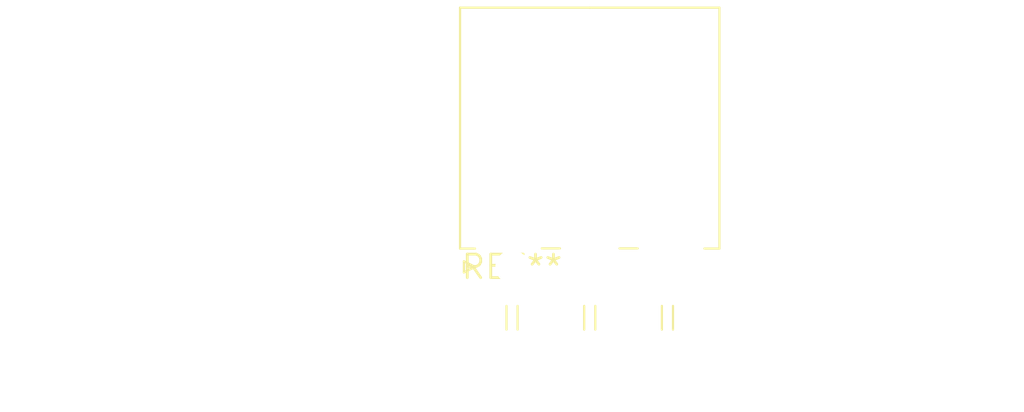
<source format=kicad_pcb>
(kicad_pcb (version 20240108) (generator pcbnew)
  (layers (0 "F.Cu" signal) (31 "B.Cu" signal) (34 "B.Paste" user) (35 "F.Paste" user) (36 "B.SilkS" user "B.Silkscreen") (37 "F.SilkS" user "F.Silkscreen") (38 "B.Mask" user) (39 "F.Mask" user) (44 "Edge.Cuts" user))
  (net 0 "")
  (footprint "Molex_Mini-Fit_Jr_5569-06A2_2x03_P4.20mm_Horizontal" (layer "F.Cu") (at 0 0)
    (property "Reference" "REF**")
    (property "Value" "Molex_Mini-Fit_Jr_5569-06A2_2x03_P4.20mm_Horizontal")
    (fp_line (start -2.81 -14.01) (end 4.2 -14.01) (layer "F.SilkS") (stroke (width 0.12)))
    (fp_line (start -2.81 -0.99) (end -2.81 -14.01) (layer "F.SilkS") (stroke (width 0.12)))
    (fp_line (start -2.6 -0.3) (end -2 0) (layer "F.SilkS") (stroke (width 0.12)))
    (fp_line (start -2.6 0.3) (end -2.6 -0.3) (layer "F.SilkS") (stroke (width 0.12)))
    (fp_line (start -2 -0.99) (end -2.81 -0.99) (layer "F.SilkS") (stroke (width 0.12)))
    (fp_line (start -2 0) (end -2.6 0.3) (layer "F.SilkS") (stroke (width 0.12)))
    (fp_line (start -0.3 2.11) (end -0.3 3.39) (layer "F.SilkS") (stroke (width 0.12)))
    (fp_line (start 0.3 2.11) (end 0.3 3.39) (layer "F.SilkS") (stroke (width 0.12)))
    (fp_line (start 1.61 -1) (end 2.59 -1) (layer "F.SilkS") (stroke (width 0.12)))
    (fp_line (start 3.9 2.11) (end 3.9 3.39) (layer "F.SilkS") (stroke (width 0.12)))
    (fp_line (start 4.5 2.11) (end 4.5 3.39) (layer "F.SilkS") (stroke (width 0.12)))
    (fp_line (start 5.81 -1) (end 6.79 -1) (layer "F.SilkS") (stroke (width 0.12)))
    (fp_line (start 8.1 2.11) (end 8.1 3.39) (layer "F.SilkS") (stroke (width 0.12)))
    (fp_line (start 8.7 2.11) (end 8.7 3.39) (layer "F.SilkS") (stroke (width 0.12)))
    (fp_line (start 10.4 -0.99) (end 11.21 -0.99) (layer "F.SilkS") (stroke (width 0.12)))
    (fp_line (start 11.21 -14.01) (end 4.2 -14.01) (layer "F.SilkS") (stroke (width 0.12)))
    (fp_line (start 11.21 -0.99) (end 11.21 -14.01) (layer "F.SilkS") (stroke (width 0.12)))
    (pad "" np_thru_hole circle (at 0 -7.3) (size 3 3) (drill 3) (layers *.Cu *.Mask))
    (pad "" np_thru_hole circle (at 8.4 -7.3) (size 3 3) (drill 3) (layers *.Cu *.Mask))
    (pad "1" thru_hole roundrect (at 0 0) (size 2.7 3.7) (drill 1.8) (layers *.Cu *.Mask) (remove_unused_layers) (roundrect_rratio 0.092593))
    (pad "2" thru_hole oval (at 4.2 0) (size 2.7 3.7) (drill 1.8) (layers *.Cu *.Mask) (remove_unused_layers))
    (pad "3" thru_hole oval (at 8.4 0) (size 2.7 3.7) (drill 1.8) (layers *.Cu *.Mask) (remove_unused_layers))
    (pad "4" thru_hole oval (at 0 5.5) (size 2.7 3.7) (drill 1.8) (layers *.Cu *.Mask) (remove_unused_layers))
    (pad "5" thru_hole oval (at 4.2 5.5) (size 2.7 3.7) (drill 1.8) (layers *.Cu *.Mask) (remove_unused_layers))
    (pad "6" thru_hole oval (at 8.4 5.5) (size 2.7 3.7) (drill 1.8) (layers *.Cu *.Mask) (remove_unused_layers))
  )
)
</source>
